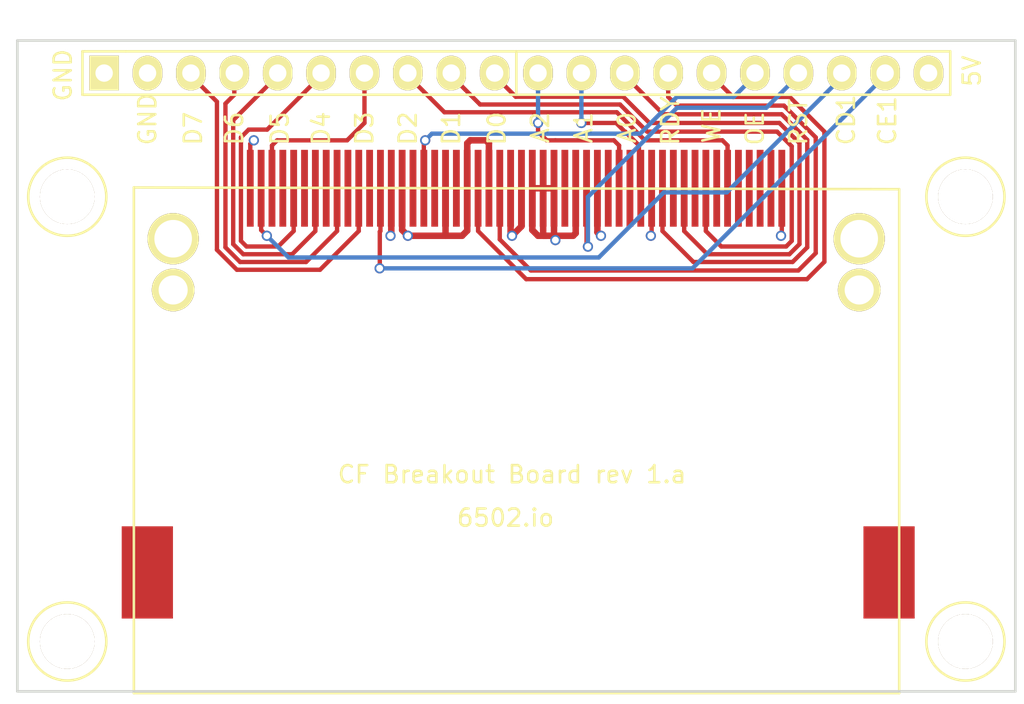
<source format=kicad_pcb>
(kicad_pcb (version 20171130) (host pcbnew "(5.1.12)-1")

  (general
    (thickness 1.6)
    (drawings 26)
    (tracks 194)
    (zones 0)
    (modules 6)
    (nets 38)
  )

  (page A4)
  (layers
    (0 F.Cu signal)
    (1 In1.Cu power)
    (2 In2.Cu power)
    (31 B.Cu signal)
    (32 B.Adhes user)
    (33 F.Adhes user)
    (34 B.Paste user)
    (35 F.Paste user)
    (36 B.SilkS user)
    (37 F.SilkS user)
    (38 B.Mask user)
    (39 F.Mask user)
    (40 Dwgs.User user)
    (41 Cmts.User user)
    (42 Eco1.User user)
    (43 Eco2.User user)
    (44 Edge.Cuts user)
    (45 Margin user)
    (46 B.CrtYd user)
    (47 F.CrtYd user)
    (48 B.Fab user)
    (49 F.Fab user)
  )

  (setup
    (last_trace_width 0.25)
    (user_trace_width 0.254)
    (user_trace_width 0.381)
    (user_trace_width 0.635)
    (trace_clearance 0.2)
    (zone_clearance 0.508)
    (zone_45_only no)
    (trace_min 0.2)
    (via_size 0.6)
    (via_drill 0.4)
    (via_min_size 0.4)
    (via_min_drill 0.3)
    (uvia_size 0.3)
    (uvia_drill 0.1)
    (uvias_allowed no)
    (uvia_min_size 0.2)
    (uvia_min_drill 0.1)
    (edge_width 0.15)
    (segment_width 0.2)
    (pcb_text_width 0.3)
    (pcb_text_size 1.5 1.5)
    (mod_edge_width 0.15)
    (mod_text_size 1 1)
    (mod_text_width 0.15)
    (pad_size 3.2 3.2)
    (pad_drill 3.2)
    (pad_to_mask_clearance 0.2)
    (aux_axis_origin 0 0)
    (visible_elements 7FFEFFFF)
    (pcbplotparams
      (layerselection 0x010f0_80000007)
      (usegerberextensions true)
      (usegerberattributes true)
      (usegerberadvancedattributes true)
      (creategerberjobfile true)
      (excludeedgelayer true)
      (linewidth 0.100000)
      (plotframeref false)
      (viasonmask false)
      (mode 1)
      (useauxorigin false)
      (hpglpennumber 1)
      (hpglpenspeed 20)
      (hpglpendiameter 15.000000)
      (psnegative false)
      (psa4output false)
      (plotreference true)
      (plotvalue true)
      (plotinvisibletext false)
      (padsonsilk false)
      (subtractmaskfromsilk true)
      (outputformat 1)
      (mirror false)
      (drillshape 0)
      (scaleselection 1)
      (outputdirectory "Gerbers/"))
  )

  (net 0 "")
  (net 1 GND)
  (net 2 /D7)
  (net 3 /D6)
  (net 4 /D5)
  (net 5 /D4)
  (net 6 /D3)
  (net 7 /D2)
  (net 8 /D1)
  (net 9 /D0)
  (net 10 /A2)
  (net 11 /A1)
  (net 12 /A0)
  (net 13 /RD)
  (net 14 /WE)
  (net 15 /OE)
  (net 16 /RST)
  (net 17 /CD1)
  (net 18 /CE1)
  (net 19 +5V)
  (net 20 "Net-(U1-Pad25)")
  (net 21 "Net-(U1-Pad49)")
  (net 22 "Net-(U1-Pad24)")
  (net 23 "Net-(U1-Pad48)")
  (net 24 "Net-(U1-Pad47)")
  (net 25 "Net-(U1-Pad46)")
  (net 26 "Net-(U1-Pad45)")
  (net 27 "Net-(U1-Pad43)")
  (net 28 "Net-(U1-Pad42)")
  (net 29 "Net-(U1-Pad40)")
  (net 30 "Net-(U1-Pad35)")
  (net 31 "Net-(U1-Pad34)")
  (net 32 "Net-(U1-Pad33)")
  (net 33 "Net-(U1-Pad31)")
  (net 34 "Net-(U1-Pad30)")
  (net 35 "Net-(U1-Pad29)")
  (net 36 "Net-(U1-Pad27)")
  (net 37 "Net-(U1-Pad28)")

  (net_class Default "This is the default net class."
    (clearance 0.2)
    (trace_width 0.25)
    (via_dia 0.6)
    (via_drill 0.4)
    (uvia_dia 0.3)
    (uvia_drill 0.1)
    (add_net +5V)
    (add_net /A0)
    (add_net /A1)
    (add_net /A2)
    (add_net /CD1)
    (add_net /CE1)
    (add_net /D0)
    (add_net /D1)
    (add_net /D2)
    (add_net /D3)
    (add_net /D4)
    (add_net /D5)
    (add_net /D6)
    (add_net /D7)
    (add_net /OE)
    (add_net /RD)
    (add_net /RST)
    (add_net /WE)
    (add_net GND)
    (add_net "Net-(U1-Pad24)")
    (add_net "Net-(U1-Pad25)")
    (add_net "Net-(U1-Pad27)")
    (add_net "Net-(U1-Pad28)")
    (add_net "Net-(U1-Pad29)")
    (add_net "Net-(U1-Pad30)")
    (add_net "Net-(U1-Pad31)")
    (add_net "Net-(U1-Pad33)")
    (add_net "Net-(U1-Pad34)")
    (add_net "Net-(U1-Pad35)")
    (add_net "Net-(U1-Pad40)")
    (add_net "Net-(U1-Pad42)")
    (add_net "Net-(U1-Pad43)")
    (add_net "Net-(U1-Pad45)")
    (add_net "Net-(U1-Pad46)")
    (add_net "Net-(U1-Pad47)")
    (add_net "Net-(U1-Pad48)")
    (add_net "Net-(U1-Pad49)")
  )

  (module 6502Library:1pin (layer F.Cu) (tedit 5689353A) (tstamp 568934C4)
    (at 119.761 89.154)
    (descr "module 1 pin (ou trou mecanique de percage)")
    (tags DEV)
    (fp_text reference REF** (at 0 -3.048) (layer F.SilkS) hide
      (effects (font (size 1 1) (thickness 0.15)))
    )
    (fp_text value 1pin (at 0 2.794) (layer F.Fab)
      (effects (font (size 1 1) (thickness 0.15)))
    )
    (fp_circle (center 0 0) (end 0 -2.286) (layer F.SilkS) (width 0.15))
    (pad 1 thru_hole circle (at 0 0) (size 3.2 3.2) (drill 3.2) (layers *.Cu *.Mask F.SilkS))
  )

  (module 6502Library:1pin (layer F.Cu) (tedit 56893481) (tstamp 5689344A)
    (at 172.339 89.154)
    (descr "module 1 pin (ou trou mecanique de percage)")
    (tags DEV)
    (fp_text reference REF** (at 0 -3.048) (layer F.SilkS) hide
      (effects (font (size 1 1) (thickness 0.15)))
    )
    (fp_text value 1pin (at 0 2.794) (layer F.Fab)
      (effects (font (size 1 1) (thickness 0.15)))
    )
    (fp_circle (center 0 0) (end 0 -2.286) (layer F.SilkS) (width 0.15))
    (pad 1 thru_hole circle (at 0 0) (size 3.2 3.2) (drill 3.2) (layers *.Cu *.Mask F.SilkS))
  )

  (module 6502Library:1pin (layer F.Cu) (tedit 5689347D) (tstamp 5689341C)
    (at 172.339 115.189)
    (descr "module 1 pin (ou trou mecanique de percage)")
    (tags DEV)
    (fp_text reference REF** (at 0 -3.048) (layer F.SilkS) hide
      (effects (font (size 1 1) (thickness 0.15)))
    )
    (fp_text value 1pin (at 0 2.794) (layer F.Fab)
      (effects (font (size 1 1) (thickness 0.15)))
    )
    (fp_circle (center 0 0) (end 0 -2.286) (layer F.SilkS) (width 0.15))
    (pad 1 thru_hole circle (at 0 0) (size 3.2 3.2) (drill 3.2) (layers *.Cu *.Mask F.SilkS))
  )

  (module Footprints:Socket_Strip_Straight_1x20 (layer F.Cu) (tedit 56893247) (tstamp 5687E9D3)
    (at 121.92 81.915)
    (descr "Through hole socket strip")
    (tags "socket strip")
    (path /56874BCE)
    (fp_text reference P1 (at -4.191 0) (layer F.SilkS) hide
      (effects (font (size 1 1) (thickness 0.15)))
    )
    (fp_text value CONN_01X20 (at 23.622 -3.429) (layer F.Fab)
      (effects (font (size 1 1) (thickness 0.15)))
    )
    (fp_line (start 49.53 -1.27) (end 1.27 -1.27) (layer F.SilkS) (width 0.15))
    (fp_line (start 49.53 1.27) (end 49.53 -1.27) (layer F.SilkS) (width 0.15))
    (fp_line (start 1.27 1.27) (end 49.53 1.27) (layer F.SilkS) (width 0.15))
    (fp_line (start -1.75 1.75) (end 50.05 1.75) (layer F.CrtYd) (width 0.05))
    (fp_line (start -1.75 -1.75) (end 50.05 -1.75) (layer F.CrtYd) (width 0.05))
    (fp_line (start 50.05 -1.75) (end 50.05 1.75) (layer F.CrtYd) (width 0.05))
    (fp_line (start -1.75 -1.75) (end -1.75 1.75) (layer F.CrtYd) (width 0.05))
    (fp_line (start -1.143 -1.27) (end 1.27 -1.27) (layer F.SilkS) (width 0.15))
    (fp_line (start 1.27 1.27) (end -1.143 1.27) (layer F.SilkS) (width 0.15))
    (fp_line (start -1.27 1.27) (end -1.143 1.27) (layer F.SilkS) (width 0.15))
    (fp_line (start -1.27 -1.27) (end -1.27 1.27) (layer F.SilkS) (width 0.15))
    (fp_line (start -1.143 -1.27) (end -1.27 -1.27) (layer F.SilkS) (width 0.15))
    (fp_line (start 24.13 -1.27) (end 24.13 1.27) (layer F.SilkS) (width 0.15))
    (pad 1 thru_hole rect (at 0 0) (size 1.7272 2.032) (drill 1.016) (layers *.Cu *.Mask F.SilkS)
      (net 1 GND))
    (pad 2 thru_hole oval (at 2.54 0) (size 1.7272 2.032) (drill 1.016) (layers *.Cu *.Mask F.SilkS)
      (net 1 GND))
    (pad 3 thru_hole oval (at 5.08 0) (size 1.7272 2.032) (drill 1.016) (layers *.Cu *.Mask F.SilkS)
      (net 2 /D7))
    (pad 4 thru_hole oval (at 7.62 0) (size 1.7272 2.032) (drill 1.016) (layers *.Cu *.Mask F.SilkS)
      (net 3 /D6))
    (pad 5 thru_hole oval (at 10.16 0) (size 1.7272 2.032) (drill 1.016) (layers *.Cu *.Mask F.SilkS)
      (net 4 /D5))
    (pad 6 thru_hole oval (at 12.7 0) (size 1.7272 2.032) (drill 1.016) (layers *.Cu *.Mask F.SilkS)
      (net 5 /D4))
    (pad 7 thru_hole oval (at 15.24 0) (size 1.7272 2.032) (drill 1.016) (layers *.Cu *.Mask F.SilkS)
      (net 6 /D3))
    (pad 8 thru_hole oval (at 17.78 0) (size 1.7272 2.032) (drill 1.016) (layers *.Cu *.Mask F.SilkS)
      (net 7 /D2))
    (pad 9 thru_hole oval (at 20.32 0) (size 1.7272 2.032) (drill 1.016) (layers *.Cu *.Mask F.SilkS)
      (net 8 /D1))
    (pad 10 thru_hole oval (at 22.86 0) (size 1.7272 2.032) (drill 1.016) (layers *.Cu *.Mask F.SilkS)
      (net 9 /D0))
    (pad 11 thru_hole oval (at 25.4 0) (size 1.7272 2.032) (drill 1.016) (layers *.Cu *.Mask F.SilkS)
      (net 10 /A2))
    (pad 12 thru_hole oval (at 27.94 0) (size 1.7272 2.032) (drill 1.016) (layers *.Cu *.Mask F.SilkS)
      (net 11 /A1))
    (pad 13 thru_hole oval (at 30.48 0) (size 1.7272 2.032) (drill 1.016) (layers *.Cu *.Mask F.SilkS)
      (net 12 /A0))
    (pad 14 thru_hole oval (at 33.02 0) (size 1.7272 2.032) (drill 1.016) (layers *.Cu *.Mask F.SilkS)
      (net 13 /RD))
    (pad 15 thru_hole oval (at 35.56 0) (size 1.7272 2.032) (drill 1.016) (layers *.Cu *.Mask F.SilkS)
      (net 14 /WE))
    (pad 16 thru_hole oval (at 38.1 0) (size 1.7272 2.032) (drill 1.016) (layers *.Cu *.Mask F.SilkS)
      (net 15 /OE))
    (pad 17 thru_hole oval (at 40.64 0) (size 1.7272 2.032) (drill 1.016) (layers *.Cu *.Mask F.SilkS)
      (net 16 /RST))
    (pad 18 thru_hole oval (at 43.18 0) (size 1.7272 2.032) (drill 1.016) (layers *.Cu *.Mask F.SilkS)
      (net 17 /CD1))
    (pad 19 thru_hole oval (at 45.72 0) (size 1.7272 2.032) (drill 1.016) (layers *.Cu *.Mask F.SilkS)
      (net 18 /CE1))
    (pad 20 thru_hole oval (at 48.26 0) (size 1.7272 2.032) (drill 1.016) (layers *.Cu *.Mask F.SilkS)
      (net 19 +5V))
    (model Socket_Strips.3dshapes/Socket_Strip_Straight_1x20.wrl
      (offset (xyz 24.12999963760376 0 0))
      (scale (xyz 1 1 1))
      (rotate (xyz 0 0 180))
    )
  )

  (module Footprints:CompactFlashSocket (layer F.Cu) (tedit 5689324E) (tstamp 5687EA0F)
    (at 145.161 104.013)
    (path /5683F9BB)
    (fp_text reference U1 (at 0.14 -0.19) (layer F.SilkS) hide
      (effects (font (size 1 1) (thickness 0.15)))
    )
    (fp_text value CompactFlashCard (at 0 -20.75) (layer F.Fab)
      (effects (font (size 1 1) (thickness 0.15)))
    )
    (fp_line (start -21.5 -15.4) (end -21.5 14.2) (layer F.SilkS) (width 0.15))
    (fp_line (start 23.3 -15.3) (end -21.5 -15.4) (layer F.SilkS) (width 0.15))
    (fp_line (start 23.3 14.2) (end 23.3 -15.3) (layer F.SilkS) (width 0.15))
    (fp_line (start -21.5 14.2) (end 23.3 14.2) (layer F.SilkS) (width 0.15))
    (pad "" smd rect (at 22.708 7.134) (size 3 5.4) (layers F.Cu F.Paste F.Mask))
    (pad "" thru_hole circle (at 20.96 -9.4) (size 2.5 2.5) (drill 1.7) (layers *.Cu *.Mask F.SilkS))
    (pad "" thru_hole circle (at -19.2 -9.4) (size 2.5 2.5) (drill 1.7) (layers *.Cu *.Mask F.SilkS))
    (pad "" thru_hole circle (at 20.96 -12.4) (size 3 3) (drill 2.2) (layers *.Cu *.Mask F.SilkS))
    (pad 50 smd rect (at 16.429 -15.354) (size 0.4 4.5) (layers F.Cu F.Paste F.Mask)
      (net 1 GND))
    (pad 25 smd rect (at 15.794 -15.354) (size 0.4 4.5) (layers F.Cu F.Paste F.Mask)
      (net 20 "Net-(U1-Pad25)"))
    (pad 49 smd rect (at 15.159 -15.354) (size 0.4 4.5) (layers F.Cu F.Paste F.Mask)
      (net 21 "Net-(U1-Pad49)"))
    (pad 24 smd rect (at 14.524 -15.354) (size 0.4 4.5) (layers F.Cu F.Paste F.Mask)
      (net 22 "Net-(U1-Pad24)"))
    (pad 48 smd rect (at 13.889 -15.354) (size 0.4 4.5) (layers F.Cu F.Paste F.Mask)
      (net 23 "Net-(U1-Pad48)"))
    (pad 23 smd rect (at 13.254 -15.354) (size 0.4 4.5) (layers F.Cu F.Paste F.Mask)
      (net 7 /D2))
    (pad 47 smd rect (at 12.619 -15.354) (size 0.4 4.5) (layers F.Cu F.Paste F.Mask)
      (net 24 "Net-(U1-Pad47)"))
    (pad 22 smd rect (at 11.984 -15.354) (size 0.4 4.5) (layers F.Cu F.Paste F.Mask)
      (net 8 /D1))
    (pad 46 smd rect (at 11.349 -15.354) (size 0.4 4.5) (layers F.Cu F.Paste F.Mask)
      (net 25 "Net-(U1-Pad46)"))
    (pad 21 smd rect (at 10.714 -15.354) (size 0.4 4.5) (layers F.Cu F.Paste F.Mask)
      (net 9 /D0))
    (pad 45 smd rect (at 10.079 -15.354) (size 0.4 4.5) (layers F.Cu F.Paste F.Mask)
      (net 26 "Net-(U1-Pad45)"))
    (pad 20 smd rect (at 9.444 -15.354) (size 0.4 4.5) (layers F.Cu F.Paste F.Mask)
      (net 12 /A0))
    (pad 44 smd rect (at 8.809 -15.354) (size 0.4 4.5) (layers F.Cu F.Paste F.Mask)
      (net 19 +5V))
    (pad 19 smd rect (at 8.174 -15.354) (size 0.4 4.5) (layers F.Cu F.Paste F.Mask)
      (net 11 /A1))
    (pad 43 smd rect (at 7.539 -15.354) (size 0.4 4.5) (layers F.Cu F.Paste F.Mask)
      (net 27 "Net-(U1-Pad43)"))
    (pad 18 smd rect (at 6.904 -15.354) (size 0.4 4.5) (layers F.Cu F.Paste F.Mask)
      (net 10 /A2))
    (pad 42 smd rect (at 6.269 -15.354) (size 0.4 4.5) (layers F.Cu F.Paste F.Mask)
      (net 28 "Net-(U1-Pad42)"))
    (pad 17 smd rect (at 5.634 -15.354) (size 0.4 4.5) (layers F.Cu F.Paste F.Mask)
      (net 1 GND))
    (pad 41 smd rect (at 4.999 -15.354) (size 0.4 4.5) (layers F.Cu F.Paste F.Mask)
      (net 16 /RST))
    (pad 16 smd rect (at 4.364 -15.354) (size 0.4 4.5) (layers F.Cu F.Paste F.Mask)
      (net 1 GND))
    (pad 40 smd rect (at 3.729 -15.354) (size 0.4 4.5) (layers F.Cu F.Paste F.Mask)
      (net 29 "Net-(U1-Pad40)"))
    (pad 15 smd rect (at 3.094 -15.354) (size 0.4 4.5) (layers F.Cu F.Paste F.Mask)
      (net 1 GND))
    (pad 39 smd rect (at 2.459 -15.354) (size 0.4 4.5) (layers F.Cu F.Paste F.Mask)
      (net 1 GND))
    (pad 14 smd rect (at 1.824 -15.354) (size 0.4 4.5) (layers F.Cu F.Paste F.Mask)
      (net 1 GND))
    (pad 38 smd rect (at 1.189 -15.354) (size 0.4 4.5) (layers F.Cu F.Paste F.Mask)
      (net 19 +5V))
    (pad 13 smd rect (at 0.554 -15.354) (size 0.4 4.5) (layers F.Cu F.Paste F.Mask)
      (net 19 +5V))
    (pad 37 smd rect (at -0.081 -15.354) (size 0.4 4.5) (layers F.Cu F.Paste F.Mask)
      (net 13 /RD))
    (pad 12 smd rect (at -0.716 -15.354) (size 0.4 4.5) (layers F.Cu F.Paste F.Mask)
      (net 1 GND))
    (pad 36 smd rect (at -1.351 -15.354) (size 0.4 4.5) (layers F.Cu F.Paste F.Mask)
      (net 14 /WE))
    (pad 11 smd rect (at -1.986 -15.354) (size 0.4 4.5) (layers F.Cu F.Paste F.Mask)
      (net 1 GND))
    (pad 35 smd rect (at -2.621 -15.354) (size 0.4 4.5) (layers F.Cu F.Paste F.Mask)
      (net 30 "Net-(U1-Pad35)"))
    (pad 10 smd rect (at -3.256 -15.354) (size 0.4 4.5) (layers F.Cu F.Paste F.Mask)
      (net 1 GND))
    (pad 34 smd rect (at -3.891 -15.354) (size 0.4 4.5) (layers F.Cu F.Paste F.Mask)
      (net 31 "Net-(U1-Pad34)"))
    (pad 9 smd rect (at -4.526 -15.354) (size 0.4 4.5) (layers F.Cu F.Paste F.Mask)
      (net 15 /OE))
    (pad 33 smd rect (at -5.161 -15.354) (size 0.4 4.5) (layers F.Cu F.Paste F.Mask)
      (net 32 "Net-(U1-Pad33)"))
    (pad 8 smd rect (at -5.796 -15.354) (size 0.4 4.5) (layers F.Cu F.Paste F.Mask)
      (net 1 GND))
    (pad 32 smd rect (at -6.431 -15.354) (size 0.4 4.5) (layers F.Cu F.Paste F.Mask)
      (net 19 +5V))
    (pad 31 smd rect (at -7.701 -15.354) (size 0.4 4.5) (layers F.Cu F.Paste F.Mask)
      (net 33 "Net-(U1-Pad31)"))
    (pad 7 smd rect (at -7.066 -15.354) (size 0.4 4.5) (layers F.Cu F.Paste F.Mask)
      (net 18 /CE1))
    (pad 6 smd rect (at -8.336 -15.354) (size 0.4 4.5) (layers F.Cu F.Paste F.Mask)
      (net 2 /D7))
    (pad 30 smd rect (at -8.971 -15.354) (size 0.4 4.5) (layers F.Cu F.Paste F.Mask)
      (net 34 "Net-(U1-Pad30)"))
    (pad 5 smd rect (at -9.606 -15.354) (size 0.4 4.5) (layers F.Cu F.Paste F.Mask)
      (net 3 /D6))
    (pad 29 smd rect (at -10.241 -15.354) (size 0.4 4.5) (layers F.Cu F.Paste F.Mask)
      (net 35 "Net-(U1-Pad29)"))
    (pad 4 smd rect (at -10.876 -15.354) (size 0.4 4.5) (layers F.Cu F.Paste F.Mask)
      (net 4 /D5))
    (pad 3 smd rect (at -12.146 -15.354) (size 0.4 4.5) (layers F.Cu F.Paste F.Mask)
      (net 5 /D4))
    (pad 27 smd rect (at -12.781 -15.354) (size 0.4 4.5) (layers F.Cu F.Paste F.Mask)
      (net 36 "Net-(U1-Pad27)"))
    (pad 2 smd rect (at -13.416 -15.354) (size 0.4 4.5) (layers F.Cu F.Paste F.Mask)
      (net 6 /D3))
    (pad 26 smd rect (at -14.051 -15.354) (size 0.4 4.5) (layers F.Cu F.Paste F.Mask)
      (net 17 /CD1))
    (pad 1 smd rect (at -14.686 -15.354) (size 0.4 4.5) (layers F.Cu F.Paste F.Mask)
      (net 1 GND))
    (pad "" thru_hole circle (at -19.2 -12.4) (size 3 3) (drill 2.2) (layers *.Cu *.Mask F.SilkS))
    (pad 28 smd rect (at -11.511 -15.354) (size 0.4 4.5) (layers F.Cu F.Paste F.Mask)
      (net 37 "Net-(U1-Pad28)"))
    (pad "" smd rect (at -20.712 7.134) (size 3 5.4) (layers F.Cu F.Paste F.Mask))
  )

  (module 6502Library:1pin (layer F.Cu) (tedit 56893540) (tstamp 5687EB49)
    (at 119.761 115.189)
    (descr "module 1 pin (ou trou mecanique de percage)")
    (tags DEV)
    (fp_text reference REF** (at 0 -3.048) (layer F.SilkS) hide
      (effects (font (size 1 1) (thickness 0.15)))
    )
    (fp_text value 1pin (at 0 2.794) (layer F.Fab)
      (effects (font (size 1 1) (thickness 0.15)))
    )
    (fp_circle (center 0 0) (end 0 -2.286) (layer F.SilkS) (width 0.15))
    (pad 1 thru_hole circle (at 0 0) (size 3.2 3.2) (drill 3.2) (layers *.Cu *.Mask F.SilkS))
  )

  (gr_text 6502.io (at 145.415 107.95) (layer F.SilkS)
    (effects (font (size 1 1) (thickness 0.15)))
  )
  (gr_text "CF Breakout Board rev 1.a" (at 145.796 105.41) (layer F.SilkS)
    (effects (font (size 1 1) (thickness 0.15)))
  )
  (gr_text 5V (at 172.72 82.804 90) (layer F.SilkS)
    (effects (font (size 1 1) (thickness 0.15)) (justify left))
  )
  (gr_text CE1 (at 167.767 86.233 90) (layer F.SilkS)
    (effects (font (size 1 1) (thickness 0.15)) (justify left))
  )
  (gr_text CD1 (at 165.354 86.233 90) (layer F.SilkS)
    (effects (font (size 1 1) (thickness 0.15)) (justify left))
  )
  (gr_text RST (at 162.56 86.233 90) (layer F.SilkS)
    (effects (font (size 1 1) (thickness 0.15)) (justify left))
  )
  (gr_text OE (at 160.02 86.233 90) (layer F.SilkS)
    (effects (font (size 1 1) (thickness 0.15)) (justify left))
  )
  (gr_text WE (at 157.48 86.106 90) (layer F.SilkS)
    (effects (font (size 1 1) (thickness 0.15)) (justify left))
  )
  (gr_text RDY (at 155.067 86.233 90) (layer F.SilkS)
    (effects (font (size 1 1) (thickness 0.15)) (justify left))
  )
  (gr_text A0 (at 152.527 86.106 90) (layer F.SilkS)
    (effects (font (size 1 1) (thickness 0.15)) (justify left))
  )
  (gr_text A1 (at 149.987 86.106 90) (layer F.SilkS)
    (effects (font (size 1 1) (thickness 0.15)) (justify left))
  )
  (gr_text A2 (at 147.447 86.106 90) (layer F.SilkS)
    (effects (font (size 1 1) (thickness 0.15)) (justify left))
  )
  (gr_text D0 (at 144.907 86.233 90) (layer F.SilkS)
    (effects (font (size 1 1) (thickness 0.15)) (justify left))
  )
  (gr_text D1 (at 142.24 86.233 90) (layer F.SilkS)
    (effects (font (size 1 1) (thickness 0.15)) (justify left))
  )
  (gr_text D2 (at 139.7 86.233 90) (layer F.SilkS)
    (effects (font (size 1 1) (thickness 0.15)) (justify left))
  )
  (gr_text D3 (at 137.16 86.233 90) (layer F.SilkS)
    (effects (font (size 1 1) (thickness 0.15)) (justify left))
  )
  (gr_text D4 (at 134.62 86.233 90) (layer F.SilkS)
    (effects (font (size 1 1) (thickness 0.15)) (justify left))
  )
  (gr_text D5 (at 132.207 86.233 90) (layer F.SilkS)
    (effects (font (size 1 1) (thickness 0.15)) (justify left))
  )
  (gr_text D6 (at 129.54 86.233 90) (layer F.SilkS)
    (effects (font (size 1 1) (thickness 0.15)) (justify left))
  )
  (gr_text D7 (at 127.127 86.233 90) (layer F.SilkS)
    (effects (font (size 1 1) (thickness 0.15)) (justify left))
  )
  (gr_text GND (at 124.46 86.233 90) (layer F.SilkS)
    (effects (font (size 1 1) (thickness 0.15)) (justify left))
  )
  (gr_text GND (at 119.507 82.042 90) (layer F.SilkS)
    (effects (font (size 1 1) (thickness 0.15)))
  )
  (gr_line (start 116.84 118.11) (end 116.84 80.01) (angle 90) (layer Edge.Cuts) (width 0.15))
  (gr_line (start 175.26 118.11) (end 116.84 118.11) (angle 90) (layer Edge.Cuts) (width 0.15))
  (gr_line (start 175.26 80.01) (end 175.26 118.11) (angle 90) (layer Edge.Cuts) (width 0.15))
  (gr_line (start 116.84 80.01) (end 175.26 80.01) (angle 90) (layer Edge.Cuts) (width 0.15))

  (segment (start 130.475 88.659) (end 130.475 86.06) (width 0.254) (layer F.Cu) (net 1))
  (segment (start 130.475 86.06) (end 130.683 85.852) (width 0.254) (layer F.Cu) (net 1))
  (via (at 130.683 85.852) (size 0.6) (drill 0.4) (layers F.Cu B.Cu) (net 1))
  (segment (start 150.795 88.659) (end 150.795 91.232) (width 0.381) (layer F.Cu) (net 1))
  (segment (start 150.795 91.232) (end 151.003 91.44) (width 0.381) (layer F.Cu) (net 1))
  (via (at 151.003 91.44) (size 0.6) (drill 0.4) (layers F.Cu B.Cu) (net 1))
  (segment (start 148.336 91.44) (end 148.336 91.694) (width 0.381) (layer F.Cu) (net 1))
  (via (at 148.336 91.694) (size 0.6) (drill 0.4) (layers F.Cu B.Cu) (net 1))
  (segment (start 149.525 88.659) (end 149.525 91.29) (width 0.381) (layer F.Cu) (net 1))
  (segment (start 149.525 91.29) (end 149.375 91.44) (width 0.381) (layer F.Cu) (net 1))
  (segment (start 149.375 91.44) (end 148.336 91.44) (width 0.381) (layer F.Cu) (net 1))
  (segment (start 144.445 88.659) (end 144.445 86.028) (width 0.381) (layer F.Cu) (net 1))
  (segment (start 144.445 86.028) (end 144.269 85.852) (width 0.381) (layer F.Cu) (net 1))
  (segment (start 144.269 85.852) (end 143.351 85.852) (width 0.381) (layer F.Cu) (net 1))
  (segment (start 143.351 85.852) (end 143.175 86.028) (width 0.381) (layer F.Cu) (net 1))
  (segment (start 143.175 86.028) (end 143.175 88.659) (width 0.381) (layer F.Cu) (net 1))
  (segment (start 143.175 88.659) (end 143.175 91.14) (width 0.381) (layer F.Cu) (net 1))
  (segment (start 142.875 91.44) (end 141.905 91.44) (width 0.381) (layer F.Cu) (net 1) (tstamp 568930DE))
  (segment (start 143.175 91.14) (end 142.875 91.44) (width 0.381) (layer F.Cu) (net 1) (tstamp 568930DC))
  (segment (start 141.905 88.659) (end 141.905 91.44) (width 0.381) (layer F.Cu) (net 1))
  (segment (start 141.905 91.44) (end 141.732 91.44) (width 0.381) (layer F.Cu) (net 1) (tstamp 56882754))
  (segment (start 139.365 91.105) (end 139.7 91.44) (width 0.381) (layer F.Cu) (net 1) (tstamp 56882732))
  (via (at 139.7 91.44) (size 0.6) (drill 0.4) (layers F.Cu B.Cu) (net 1))
  (segment (start 139.365 91.105) (end 139.365 88.659) (width 0.381) (layer F.Cu) (net 1))
  (segment (start 141.732 91.44) (end 139.7 91.44) (width 0.381) (layer F.Cu) (net 1) (tstamp 56882757))
  (segment (start 148.255 88.659) (end 148.255 91.44) (width 0.381) (layer F.Cu) (net 1))
  (segment (start 148.255 91.44) (end 148.336 91.44) (width 0.381) (layer F.Cu) (net 1) (tstamp 568826D3))
  (segment (start 147.62 88.659) (end 147.62 91.44) (width 0.381) (layer F.Cu) (net 1))
  (segment (start 147.62 91.44) (end 147.828 91.44) (width 0.381) (layer F.Cu) (net 1) (tstamp 568826CD))
  (segment (start 146.985 88.659) (end 146.985 91.105) (width 0.381) (layer F.Cu) (net 1))
  (segment (start 146.985 91.105) (end 147.32 91.44) (width 0.381) (layer F.Cu) (net 1) (tstamp 568826C3))
  (segment (start 147.32 91.44) (end 147.828 91.44) (width 0.381) (layer F.Cu) (net 1) (tstamp 568826C8))
  (segment (start 147.828 91.44) (end 148.336 91.44) (width 0.381) (layer F.Cu) (net 1) (tstamp 568826D1))
  (segment (start 147.62 88.659) (end 148.255 88.659) (width 0.381) (layer F.Cu) (net 1))
  (segment (start 146.985 88.659) (end 147.62 88.659) (width 0.381) (layer F.Cu) (net 1))
  (segment (start 161.59 88.659) (end 161.59 91.394) (width 0.254) (layer F.Cu) (net 1))
  (via (at 161.544 91.44) (size 0.6) (drill 0.4) (layers F.Cu B.Cu) (net 1))
  (segment (start 161.59 91.394) (end 161.544 91.44) (width 0.254) (layer F.Cu) (net 1) (tstamp 568825C2))
  (segment (start 128.524 92.262163) (end 128.524 83.5914) (width 0.254) (layer F.Cu) (net 2))
  (segment (start 128.524 83.5914) (end 127 82.0674) (width 0.254) (layer F.Cu) (net 2))
  (segment (start 127 82.0674) (end 127 81.915) (width 0.254) (layer F.Cu) (net 2))
  (segment (start 136.825 88.659) (end 136.825 91.163) (width 0.254) (layer F.Cu) (net 2))
  (segment (start 136.825 91.163) (end 134.558969 93.429031) (width 0.254) (layer F.Cu) (net 2))
  (segment (start 134.558969 93.429031) (end 129.690868 93.429031) (width 0.254) (layer F.Cu) (net 2))
  (segment (start 129.690868 93.429031) (end 128.524 92.262163) (width 0.254) (layer F.Cu) (net 2))
  (segment (start 135.555 88.659) (end 135.555 91.163) (width 0.254) (layer F.Cu) (net 3))
  (segment (start 135.555 91.163) (end 133.742979 92.975021) (width 0.254) (layer F.Cu) (net 3))
  (segment (start 133.742979 92.975021) (end 129.878925 92.975021) (width 0.254) (layer F.Cu) (net 3))
  (segment (start 129.878925 92.975021) (end 129.020979 92.117075) (width 0.254) (layer F.Cu) (net 3))
  (segment (start 129.020979 92.117075) (end 129.020979 83.704021) (width 0.254) (layer F.Cu) (net 3))
  (segment (start 129.020979 83.704021) (end 129.54 83.185) (width 0.254) (layer F.Cu) (net 3))
  (segment (start 129.54 83.185) (end 129.54 81.915) (width 0.254) (layer F.Cu) (net 3))
  (segment (start 129.474989 91.929018) (end 129.474989 84.672411) (width 0.254) (layer F.Cu) (net 4))
  (segment (start 130.066982 92.521011) (end 129.474989 91.929018) (width 0.254) (layer F.Cu) (net 4))
  (segment (start 134.285 91.163) (end 132.926989 92.521011) (width 0.254) (layer F.Cu) (net 4))
  (segment (start 132.926989 92.521011) (end 130.066982 92.521011) (width 0.254) (layer F.Cu) (net 4))
  (segment (start 134.285 88.659) (end 134.285 91.163) (width 0.254) (layer F.Cu) (net 4))
  (segment (start 129.474989 84.672411) (end 132.08 82.0674) (width 0.254) (layer F.Cu) (net 4))
  (segment (start 132.08 82.0674) (end 132.08 81.915) (width 0.254) (layer F.Cu) (net 4))
  (segment (start 134.62 82.0674) (end 134.62 81.915) (width 0.254) (layer F.Cu) (net 5))
  (segment (start 131.462401 85.224999) (end 134.62 82.0674) (width 0.254) (layer F.Cu) (net 5))
  (segment (start 129.928999 85.678039) (end 130.382039 85.224999) (width 0.254) (layer F.Cu) (net 5))
  (segment (start 130.382039 85.224999) (end 131.462401 85.224999) (width 0.254) (layer F.Cu) (net 5))
  (segment (start 132.110999 92.067001) (end 130.255039 92.067001) (width 0.254) (layer F.Cu) (net 5))
  (segment (start 130.255039 92.067001) (end 129.928999 91.740961) (width 0.254) (layer F.Cu) (net 5))
  (segment (start 133.015 91.163) (end 132.110999 92.067001) (width 0.254) (layer F.Cu) (net 5))
  (segment (start 129.928999 91.740961) (end 129.928999 85.678039) (width 0.254) (layer F.Cu) (net 5))
  (segment (start 133.015 88.659) (end 133.015 91.163) (width 0.254) (layer F.Cu) (net 5))
  (segment (start 136.144 85.852) (end 137.16 84.836) (width 0.254) (layer F.Cu) (net 6))
  (segment (start 137.16 84.836) (end 137.16 81.915) (width 0.254) (layer F.Cu) (net 6))
  (segment (start 132.048 85.852) (end 136.144 85.852) (width 0.254) (layer F.Cu) (net 6))
  (segment (start 131.745 88.659) (end 131.745 86.155) (width 0.254) (layer F.Cu) (net 6))
  (segment (start 131.745 86.155) (end 132.048 85.852) (width 0.254) (layer F.Cu) (net 6))
  (segment (start 139.7 82.0674) (end 139.7 81.915) (width 0.254) (layer F.Cu) (net 7))
  (segment (start 151.930668 84.208999) (end 141.841599 84.208999) (width 0.254) (layer F.Cu) (net 7))
  (segment (start 158.112 85.852) (end 153.573669 85.852) (width 0.254) (layer F.Cu) (net 7))
  (segment (start 153.573669 85.852) (end 151.930668 84.208999) (width 0.254) (layer F.Cu) (net 7))
  (segment (start 158.415 86.155) (end 158.112 85.852) (width 0.254) (layer F.Cu) (net 7))
  (segment (start 158.415 88.659) (end 158.415 86.155) (width 0.254) (layer F.Cu) (net 7))
  (segment (start 141.841599 84.208999) (end 139.7 82.0674) (width 0.254) (layer F.Cu) (net 7))
  (segment (start 153.707735 85.344) (end 152.118724 83.754989) (width 0.254) (layer F.Cu) (net 8))
  (segment (start 161.844961 92.067001) (end 162.171001 91.740961) (width 0.254) (layer F.Cu) (net 8))
  (segment (start 157.145 91.163) (end 158.049001 92.067001) (width 0.254) (layer F.Cu) (net 8))
  (segment (start 157.145 88.659) (end 157.145 91.163) (width 0.254) (layer F.Cu) (net 8))
  (segment (start 143.927589 83.754989) (end 142.24 82.0674) (width 0.254) (layer F.Cu) (net 8))
  (segment (start 162.171001 91.740961) (end 162.171001 86.201399) (width 0.254) (layer F.Cu) (net 8))
  (segment (start 158.049001 92.067001) (end 161.844961 92.067001) (width 0.254) (layer F.Cu) (net 8))
  (segment (start 161.313602 85.344) (end 153.707735 85.344) (width 0.254) (layer F.Cu) (net 8))
  (segment (start 152.118724 83.754989) (end 143.927589 83.754989) (width 0.254) (layer F.Cu) (net 8))
  (segment (start 162.171001 86.201399) (end 161.313602 85.344) (width 0.254) (layer F.Cu) (net 8))
  (segment (start 142.24 82.0674) (end 142.24 81.915) (width 0.254) (layer F.Cu) (net 8))
  (segment (start 144.78 82.0674) (end 144.78 81.915) (width 0.254) (layer F.Cu) (net 9))
  (segment (start 146.013579 83.300979) (end 144.78 82.0674) (width 0.254) (layer F.Cu) (net 9))
  (segment (start 153.841801 84.836) (end 152.30678 83.300979) (width 0.254) (layer F.Cu) (net 9))
  (segment (start 162.625011 86.013342) (end 161.447669 84.836) (width 0.254) (layer F.Cu) (net 9))
  (segment (start 152.30678 83.300979) (end 146.013579 83.300979) (width 0.254) (layer F.Cu) (net 9))
  (segment (start 162.033018 92.521011) (end 162.625011 91.929018) (width 0.254) (layer F.Cu) (net 9))
  (segment (start 157.233011 92.521011) (end 162.033018 92.521011) (width 0.254) (layer F.Cu) (net 9))
  (segment (start 155.875 91.163) (end 157.233011 92.521011) (width 0.254) (layer F.Cu) (net 9))
  (segment (start 155.875 88.659) (end 155.875 91.163) (width 0.254) (layer F.Cu) (net 9))
  (segment (start 162.625011 91.929018) (end 162.625011 86.013342) (width 0.254) (layer F.Cu) (net 9))
  (segment (start 161.447669 84.836) (end 153.841801 84.836) (width 0.254) (layer F.Cu) (net 9))
  (segment (start 147.32 85.344) (end 147.32 84.836) (width 0.254) (layer F.Cu) (net 10))
  (segment (start 147.828 85.852) (end 147.32 85.344) (width 0.254) (layer F.Cu) (net 10))
  (segment (start 148.336 85.852) (end 147.828 85.852) (width 0.254) (layer F.Cu) (net 10))
  (segment (start 151.762 85.852) (end 148.336 85.852) (width 0.254) (layer F.Cu) (net 10))
  (segment (start 152.065 88.659) (end 152.065 86.155) (width 0.254) (layer F.Cu) (net 10))
  (segment (start 152.065 86.155) (end 151.762 85.852) (width 0.254) (layer F.Cu) (net 10))
  (segment (start 147.32 84.836) (end 147.32 81.915) (width 0.254) (layer B.Cu) (net 10))
  (via (at 147.32 84.836) (size 0.6) (drill 0.4) (layers F.Cu B.Cu) (net 10))
  (segment (start 147.32 82.0674) (end 147.32 81.915) (width 0.254) (layer F.Cu) (net 10))
  (segment (start 151.892 84.836) (end 149.86 84.836) (width 0.254) (layer F.Cu) (net 11))
  (segment (start 152.4 85.344) (end 151.892 84.836) (width 0.254) (layer F.Cu) (net 11))
  (segment (start 152.423602 85.344) (end 152.4 85.344) (width 0.254) (layer F.Cu) (net 11))
  (segment (start 153.227001 86.147399) (end 152.423602 85.344) (width 0.254) (layer F.Cu) (net 11))
  (via (at 149.86 84.836) (size 0.6) (drill 0.4) (layers F.Cu B.Cu) (net 11))
  (segment (start 149.86 84.836) (end 149.86 81.915) (width 0.254) (layer B.Cu) (net 11))
  (segment (start 153.335 88.659) (end 153.227001 88.551001) (width 0.254) (layer F.Cu) (net 11))
  (segment (start 153.227001 88.551001) (end 153.227001 86.147399) (width 0.254) (layer F.Cu) (net 11))
  (segment (start 149.86 81.788) (end 149.86 81.915) (width 0.254) (layer F.Cu) (net 11))
  (segment (start 149.86 81.915) (end 149.86 82.0674) (width 0.254) (layer F.Cu) (net 11))
  (segment (start 154.605 88.659) (end 154.605 91.163) (width 0.254) (layer F.Cu) (net 12))
  (segment (start 152.4 82.0674) (end 152.4 81.915) (width 0.254) (layer F.Cu) (net 12))
  (segment (start 156.417021 92.975021) (end 162.221075 92.975021) (width 0.254) (layer F.Cu) (net 12))
  (segment (start 154.605 91.163) (end 156.417021 92.975021) (width 0.254) (layer F.Cu) (net 12))
  (segment (start 162.221075 92.975021) (end 163.079021 92.117075) (width 0.254) (layer F.Cu) (net 12))
  (segment (start 163.079021 92.117075) (end 163.079021 85.825285) (width 0.254) (layer F.Cu) (net 12))
  (segment (start 161.581736 84.328) (end 154.6606 84.328) (width 0.254) (layer F.Cu) (net 12))
  (segment (start 163.079021 85.825285) (end 161.581736 84.328) (width 0.254) (layer F.Cu) (net 12))
  (segment (start 154.6606 84.328) (end 152.4 82.0674) (width 0.254) (layer F.Cu) (net 12))
  (segment (start 145.08 88.659) (end 145.08 91.651962) (width 0.254) (layer F.Cu) (net 13))
  (segment (start 163.576 92.456) (end 163.576 85.680198) (width 0.254) (layer F.Cu) (net 13))
  (segment (start 145.08 91.651962) (end 146.900038 93.472) (width 0.254) (layer F.Cu) (net 13))
  (segment (start 146.900038 93.472) (end 162.56 93.472) (width 0.254) (layer F.Cu) (net 13))
  (segment (start 162.56 93.472) (end 163.576 92.456) (width 0.254) (layer F.Cu) (net 13))
  (segment (start 163.576 85.680198) (end 161.715802 83.82) (width 0.254) (layer F.Cu) (net 13))
  (segment (start 161.715802 83.82) (end 155.448 83.82) (width 0.254) (layer F.Cu) (net 13))
  (segment (start 155.448 83.82) (end 154.94 83.312) (width 0.254) (layer F.Cu) (net 13))
  (segment (start 154.94 83.312) (end 154.94 81.915) (width 0.254) (layer F.Cu) (net 13))
  (segment (start 143.81 88.659) (end 143.81 91.163) (width 0.254) (layer F.Cu) (net 14))
  (segment (start 143.81 91.163) (end 146.627 93.98) (width 0.254) (layer F.Cu) (net 14))
  (segment (start 146.627 93.98) (end 163.068 93.98) (width 0.254) (layer F.Cu) (net 14))
  (segment (start 157.48 82.0674) (end 157.48 81.915) (width 0.254) (layer F.Cu) (net 14))
  (segment (start 163.068 93.98) (end 164.084 92.964) (width 0.254) (layer F.Cu) (net 14))
  (segment (start 164.084 92.964) (end 164.084 85.344) (width 0.254) (layer F.Cu) (net 14))
  (segment (start 164.084 85.344) (end 162.052 83.312) (width 0.254) (layer F.Cu) (net 14))
  (segment (start 162.052 83.312) (end 158.7246 83.312) (width 0.254) (layer F.Cu) (net 14))
  (segment (start 158.7246 83.312) (end 157.48 82.0674) (width 0.254) (layer F.Cu) (net 14))
  (segment (start 155.448 83.312) (end 158.7754 83.312) (width 0.254) (layer B.Cu) (net 15))
  (segment (start 158.7754 83.312) (end 160.02 82.0674) (width 0.254) (layer B.Cu) (net 15))
  (segment (start 160.02 82.0674) (end 160.02 81.915) (width 0.254) (layer B.Cu) (net 15))
  (segment (start 153.296999 85.463001) (end 155.448 83.312) (width 0.254) (layer B.Cu) (net 15))
  (segment (start 140.716 85.852) (end 141.104999 85.463001) (width 0.254) (layer B.Cu) (net 15))
  (segment (start 141.104999 85.463001) (end 153.296999 85.463001) (width 0.254) (layer B.Cu) (net 15))
  (segment (start 140.635 88.659) (end 140.635 85.933) (width 0.254) (layer F.Cu) (net 15))
  (segment (start 140.635 85.933) (end 140.716 85.852) (width 0.254) (layer F.Cu) (net 15))
  (via (at 140.716 85.852) (size 0.6) (drill 0.4) (layers F.Cu B.Cu) (net 15))
  (segment (start 150.241 92.075) (end 150.241 89.161066) (width 0.254) (layer B.Cu) (net 16))
  (segment (start 150.241 89.161066) (end 155.455066 83.947) (width 0.254) (layer B.Cu) (net 16))
  (segment (start 155.455066 83.947) (end 160.6804 83.947) (width 0.254) (layer B.Cu) (net 16))
  (segment (start 160.6804 83.947) (end 162.56 82.0674) (width 0.254) (layer B.Cu) (net 16))
  (segment (start 162.56 82.0674) (end 162.56 81.915) (width 0.254) (layer B.Cu) (net 16))
  (segment (start 150.16 88.659) (end 150.16 91.994) (width 0.254) (layer F.Cu) (net 16))
  (segment (start 150.16 91.994) (end 150.241 92.075) (width 0.254) (layer F.Cu) (net 16))
  (via (at 150.241 92.075) (size 0.6) (drill 0.4) (layers F.Cu B.Cu) (net 16))
  (segment (start 165.1 81.915) (end 165.1 82.169) (width 0.254) (layer B.Cu) (net 17))
  (segment (start 165.1 82.169) (end 158.369 88.9) (width 0.254) (layer B.Cu) (net 17) (tstamp 5689307A))
  (segment (start 158.369 88.9) (end 154.686 88.9) (width 0.254) (layer B.Cu) (net 17) (tstamp 5689307F))
  (segment (start 154.686 88.9) (end 150.876 92.71) (width 0.254) (layer B.Cu) (net 17) (tstamp 56893083))
  (segment (start 150.876 92.71) (end 132.715 92.71) (width 0.254) (layer B.Cu) (net 17) (tstamp 56893086))
  (segment (start 132.715 92.71) (end 131.445 91.44) (width 0.254) (layer B.Cu) (net 17) (tstamp 56893095))
  (via (at 131.445 91.44) (size 0.6) (drill 0.4) (layers F.Cu B.Cu) (net 17))
  (segment (start 131.445 91.44) (end 131.11 91.105) (width 0.254) (layer F.Cu) (net 17) (tstamp 5689309E))
  (segment (start 131.11 91.105) (end 131.11 88.659) (width 0.254) (layer F.Cu) (net 17) (tstamp 5689309F))
  (segment (start 138.049 93.345) (end 138.056999 93.337001) (width 0.254) (layer F.Cu) (net 18))
  (segment (start 138.056999 93.337001) (end 138.056999 91.201001) (width 0.254) (layer F.Cu) (net 18))
  (segment (start 138.056999 91.201001) (end 138.095 91.163) (width 0.254) (layer F.Cu) (net 18))
  (segment (start 138.095 91.163) (end 138.095 88.659) (width 0.254) (layer F.Cu) (net 18))
  (segment (start 164.2364 85.471) (end 156.3624 93.345) (width 0.254) (layer B.Cu) (net 18))
  (segment (start 156.3624 93.345) (end 138.049 93.345) (width 0.254) (layer B.Cu) (net 18))
  (via (at 138.049 93.345) (size 0.6) (drill 0.4) (layers F.Cu B.Cu) (net 18))
  (segment (start 167.64 81.915) (end 167.64 82.0674) (width 0.254) (layer B.Cu) (net 18))
  (segment (start 167.64 82.0674) (end 164.2364 85.471) (width 0.254) (layer B.Cu) (net 18))
  (segment (start 138.73 88.659) (end 138.73 91.394) (width 0.381) (layer F.Cu) (net 19))
  (via (at 138.684 91.44) (size 0.6) (drill 0.4) (layers F.Cu B.Cu) (net 19))
  (segment (start 138.73 91.394) (end 138.684 91.44) (width 0.381) (layer F.Cu) (net 19) (tstamp 56882723))
  (segment (start 146.35 88.659) (end 146.35 90.886) (width 0.381) (layer F.Cu) (net 19))
  (segment (start 146.35 90.886) (end 145.796 91.44) (width 0.381) (layer F.Cu) (net 19) (tstamp 56882708))
  (segment (start 145.715 88.659) (end 145.715 91.359) (width 0.381) (layer F.Cu) (net 19))
  (via (at 145.796 91.44) (size 0.6) (drill 0.4) (layers F.Cu B.Cu) (net 19))
  (segment (start 145.715 91.359) (end 145.796 91.44) (width 0.381) (layer F.Cu) (net 19) (tstamp 568826FE))
  (segment (start 153.97 88.659) (end 153.97 91.394) (width 0.254) (layer F.Cu) (net 19))
  (via (at 153.924 91.44) (size 0.6) (drill 0.4) (layers F.Cu B.Cu) (net 19))
  (segment (start 153.97 91.394) (end 153.924 91.44) (width 0.254) (layer F.Cu) (net 19) (tstamp 56882603))

  (zone (net 1) (net_name GND) (layer In1.Cu) (tstamp 5687FA36) (hatch edge 0.508)
    (connect_pads (clearance 0.508))
    (min_thickness 0.254)
    (fill yes (arc_segments 16) (thermal_gap 0.508) (thermal_bridge_width 0.508))
    (polygon
      (pts
        (xy 175.768 118.872) (xy 115.824 118.872) (xy 115.824 79.248) (xy 175.768 79.248) (xy 175.768 118.872)
      )
    )
    (filled_polygon
      (pts
        (xy 120.4214 80.77269) (xy 120.4214 81.62925) (xy 120.58015 81.788) (xy 121.793 81.788) (xy 121.793 81.768)
        (xy 122.047 81.768) (xy 122.047 81.788) (xy 124.333 81.788) (xy 124.333 81.768) (xy 124.587 81.768)
        (xy 124.587 81.788) (xy 124.607 81.788) (xy 124.607 82.042) (xy 124.587 82.042) (xy 124.587 83.401217)
        (xy 124.819026 83.522358) (xy 124.834791 83.519709) (xy 125.362036 83.265732) (xy 125.733539 82.849931) (xy 125.94033 83.159415)
        (xy 126.426511 83.484271) (xy 127 83.598345) (xy 127.573489 83.484271) (xy 128.05967 83.159415) (xy 128.27 82.844634)
        (xy 128.48033 83.159415) (xy 128.966511 83.484271) (xy 129.54 83.598345) (xy 130.113489 83.484271) (xy 130.59967 83.159415)
        (xy 130.81 82.844634) (xy 131.02033 83.159415) (xy 131.506511 83.484271) (xy 132.08 83.598345) (xy 132.653489 83.484271)
        (xy 133.13967 83.159415) (xy 133.35 82.844634) (xy 133.56033 83.159415) (xy 134.046511 83.484271) (xy 134.62 83.598345)
        (xy 135.193489 83.484271) (xy 135.67967 83.159415) (xy 135.89 82.844634) (xy 136.10033 83.159415) (xy 136.586511 83.484271)
        (xy 137.16 83.598345) (xy 137.733489 83.484271) (xy 138.21967 83.159415) (xy 138.43 82.844634) (xy 138.64033 83.159415)
        (xy 139.126511 83.484271) (xy 139.7 83.598345) (xy 140.273489 83.484271) (xy 140.75967 83.159415) (xy 140.97 82.844634)
        (xy 141.18033 83.159415) (xy 141.666511 83.484271) (xy 142.24 83.598345) (xy 142.813489 83.484271) (xy 143.29967 83.159415)
        (xy 143.51 82.844634) (xy 143.72033 83.159415) (xy 144.206511 83.484271) (xy 144.78 83.598345) (xy 145.353489 83.484271)
        (xy 145.83967 83.159415) (xy 146.05 82.844634) (xy 146.26033 83.159415) (xy 146.746511 83.484271) (xy 147.32 83.598345)
        (xy 147.893489 83.484271) (xy 148.37967 83.159415) (xy 148.59 82.844634) (xy 148.80033 83.159415) (xy 149.286511 83.484271)
        (xy 149.86 83.598345) (xy 150.433489 83.484271) (xy 150.91967 83.159415) (xy 151.13 82.844634) (xy 151.34033 83.159415)
        (xy 151.826511 83.484271) (xy 152.4 83.598345) (xy 152.973489 83.484271) (xy 153.45967 83.159415) (xy 153.67 82.844634)
        (xy 153.88033 83.159415) (xy 154.366511 83.484271) (xy 154.94 83.598345) (xy 155.513489 83.484271) (xy 155.99967 83.159415)
        (xy 156.21 82.844634) (xy 156.42033 83.159415) (xy 156.906511 83.484271) (xy 157.48 83.598345) (xy 158.053489 83.484271)
        (xy 158.53967 83.159415) (xy 158.75 82.844634) (xy 158.96033 83.159415) (xy 159.446511 83.484271) (xy 160.02 83.598345)
        (xy 160.593489 83.484271) (xy 161.07967 83.159415) (xy 161.29 82.844634) (xy 161.50033 83.159415) (xy 161.986511 83.484271)
        (xy 162.56 83.598345) (xy 163.133489 83.484271) (xy 163.61967 83.159415) (xy 163.83 82.844634) (xy 164.04033 83.159415)
        (xy 164.526511 83.484271) (xy 165.1 83.598345) (xy 165.673489 83.484271) (xy 166.15967 83.159415) (xy 166.37 82.844634)
        (xy 166.58033 83.159415) (xy 167.066511 83.484271) (xy 167.64 83.598345) (xy 168.213489 83.484271) (xy 168.69967 83.159415)
        (xy 168.91 82.844634) (xy 169.12033 83.159415) (xy 169.606511 83.484271) (xy 170.18 83.598345) (xy 170.753489 83.484271)
        (xy 171.23967 83.159415) (xy 171.564526 82.673234) (xy 171.6786 82.099745) (xy 171.6786 81.730255) (xy 171.564526 81.156766)
        (xy 171.272688 80.72) (xy 174.55 80.72) (xy 174.55 88.65236) (xy 174.234845 87.889628) (xy 173.606679 87.260364)
        (xy 172.785519 86.919389) (xy 171.896381 86.918613) (xy 171.074628 87.258155) (xy 170.445364 87.886321) (xy 170.104389 88.707481)
        (xy 170.103613 89.596619) (xy 170.443155 90.418372) (xy 171.071321 91.047636) (xy 171.892481 91.388611) (xy 172.781619 91.389387)
        (xy 173.603372 91.049845) (xy 174.232636 90.421679) (xy 174.55 89.657381) (xy 174.55 114.68736) (xy 174.234845 113.924628)
        (xy 173.606679 113.295364) (xy 172.785519 112.954389) (xy 171.896381 112.953613) (xy 171.074628 113.293155) (xy 170.445364 113.921321)
        (xy 170.104389 114.742481) (xy 170.103613 115.631619) (xy 170.443155 116.453372) (xy 171.071321 117.082636) (xy 171.835619 117.4)
        (xy 120.26264 117.4) (xy 121.025372 117.084845) (xy 121.654636 116.456679) (xy 121.995611 115.635519) (xy 121.996387 114.746381)
        (xy 121.656845 113.924628) (xy 121.028679 113.295364) (xy 120.207519 112.954389) (xy 119.318381 112.953613) (xy 118.496628 113.293155)
        (xy 117.867364 113.921321) (xy 117.55 114.685619) (xy 117.55 92.035815) (xy 123.82563 92.035815) (xy 124.14998 92.8208)
        (xy 124.618276 93.289914) (xy 124.363907 93.543839) (xy 124.076328 94.236405) (xy 124.075674 94.986305) (xy 124.362043 95.679372)
        (xy 124.891839 96.210093) (xy 125.584405 96.497672) (xy 126.334305 96.498326) (xy 127.027372 96.211957) (xy 127.558093 95.682161)
        (xy 127.845672 94.989595) (xy 127.846326 94.239695) (xy 127.559957 93.546628) (xy 127.543525 93.530167) (xy 137.113838 93.530167)
        (xy 137.255883 93.873943) (xy 137.518673 94.137192) (xy 137.862201 94.279838) (xy 138.234167 94.280162) (xy 138.577943 94.138117)
        (xy 138.841192 93.875327) (xy 138.983838 93.531799) (xy 138.984162 93.159833) (xy 138.842117 92.816057) (xy 138.579327 92.552808)
        (xy 138.235799 92.410162) (xy 137.863833 92.409838) (xy 137.520057 92.551883) (xy 137.256808 92.814673) (xy 137.114162 93.158201)
        (xy 137.113838 93.530167) (xy 127.543525 93.530167) (xy 127.303416 93.289639) (xy 127.769909 92.823959) (xy 128.095628 92.039541)
        (xy 128.095989 91.625167) (xy 130.509838 91.625167) (xy 130.651883 91.968943) (xy 130.914673 92.232192) (xy 131.258201 92.374838)
        (xy 131.630167 92.375162) (xy 131.973943 92.233117) (xy 132.237192 91.970327) (xy 132.379838 91.626799) (xy 132.379839 91.625167)
        (xy 137.748838 91.625167) (xy 137.890883 91.968943) (xy 138.153673 92.232192) (xy 138.497201 92.374838) (xy 138.869167 92.375162)
        (xy 139.212943 92.233117) (xy 139.476192 91.970327) (xy 139.618838 91.626799) (xy 139.618839 91.625167) (xy 144.860838 91.625167)
        (xy 145.002883 91.968943) (xy 145.265673 92.232192) (xy 145.609201 92.374838) (xy 145.981167 92.375162) (xy 146.259476 92.260167)
        (xy 149.305838 92.260167) (xy 149.447883 92.603943) (xy 149.710673 92.867192) (xy 150.054201 93.009838) (xy 150.426167 93.010162)
        (xy 150.769943 92.868117) (xy 151.033192 92.605327) (xy 151.175838 92.261799) (xy 151.176162 91.889833) (xy 151.066805 91.625167)
        (xy 152.988838 91.625167) (xy 153.130883 91.968943) (xy 153.393673 92.232192) (xy 153.737201 92.374838) (xy 154.109167 92.375162)
        (xy 154.452943 92.233117) (xy 154.650589 92.035815) (xy 163.98563 92.035815) (xy 164.30998 92.8208) (xy 164.778276 93.289914)
        (xy 164.523907 93.543839) (xy 164.236328 94.236405) (xy 164.235674 94.986305) (xy 164.522043 95.679372) (xy 165.051839 96.210093)
        (xy 165.744405 96.497672) (xy 166.494305 96.498326) (xy 167.187372 96.211957) (xy 167.718093 95.682161) (xy 168.005672 94.989595)
        (xy 168.006326 94.239695) (xy 167.719957 93.546628) (xy 167.463416 93.289639) (xy 167.929909 92.823959) (xy 168.255628 92.039541)
        (xy 168.25637 91.190185) (xy 167.93202 90.4052) (xy 167.331959 89.804091) (xy 166.547541 89.478372) (xy 165.698185 89.47763)
        (xy 164.9132 89.80198) (xy 164.312091 90.402041) (xy 163.986372 91.186459) (xy 163.98563 92.035815) (xy 154.650589 92.035815)
        (xy 154.716192 91.970327) (xy 154.858838 91.626799) (xy 154.859162 91.254833) (xy 154.717117 90.911057) (xy 154.454327 90.647808)
        (xy 154.110799 90.505162) (xy 153.738833 90.504838) (xy 153.395057 90.646883) (xy 153.131808 90.909673) (xy 152.989162 91.253201)
        (xy 152.988838 91.625167) (xy 151.066805 91.625167) (xy 151.034117 91.546057) (xy 150.771327 91.282808) (xy 150.427799 91.140162)
        (xy 150.055833 91.139838) (xy 149.712057 91.281883) (xy 149.448808 91.544673) (xy 149.306162 91.888201) (xy 149.305838 92.260167)
        (xy 146.259476 92.260167) (xy 146.324943 92.233117) (xy 146.588192 91.970327) (xy 146.730838 91.626799) (xy 146.731162 91.254833)
        (xy 146.589117 90.911057) (xy 146.326327 90.647808) (xy 145.982799 90.505162) (xy 145.610833 90.504838) (xy 145.267057 90.646883)
        (xy 145.003808 90.909673) (xy 144.861162 91.253201) (xy 144.860838 91.625167) (xy 139.618839 91.625167) (xy 139.619162 91.254833)
        (xy 139.477117 90.911057) (xy 139.214327 90.647808) (xy 138.870799 90.505162) (xy 138.498833 90.504838) (xy 138.155057 90.646883)
        (xy 137.891808 90.909673) (xy 137.749162 91.253201) (xy 137.748838 91.625167) (xy 132.379839 91.625167) (xy 132.380162 91.254833)
        (xy 132.238117 90.911057) (xy 131.975327 90.647808) (xy 131.631799 90.505162) (xy 131.259833 90.504838) (xy 130.916057 90.646883)
        (xy 130.652808 90.909673) (xy 130.510162 91.253201) (xy 130.509838 91.625167) (xy 128.095989 91.625167) (xy 128.09637 91.190185)
        (xy 127.77202 90.4052) (xy 127.171959 89.804091) (xy 126.387541 89.478372) (xy 125.538185 89.47763) (xy 124.7532 89.80198)
        (xy 124.152091 90.402041) (xy 123.826372 91.186459) (xy 123.82563 92.035815) (xy 117.55 92.035815) (xy 117.55 89.65564)
        (xy 117.865155 90.418372) (xy 118.493321 91.047636) (xy 119.314481 91.388611) (xy 120.203619 91.389387) (xy 121.025372 91.049845)
        (xy 121.654636 90.421679) (xy 121.995611 89.600519) (xy 121.996387 88.711381) (xy 121.656845 87.889628) (xy 121.028679 87.260364)
        (xy 120.207519 86.919389) (xy 119.318381 86.918613) (xy 118.496628 87.258155) (xy 117.867364 87.886321) (xy 117.55 88.650619)
        (xy 117.55 86.037167) (xy 139.780838 86.037167) (xy 139.922883 86.380943) (xy 140.185673 86.644192) (xy 140.529201 86.786838)
        (xy 140.901167 86.787162) (xy 141.244943 86.645117) (xy 141.508192 86.382327) (xy 141.650838 86.038799) (xy 141.651162 85.666833)
        (xy 141.509117 85.323057) (xy 141.246327 85.059808) (xy 141.15327 85.021167) (xy 146.384838 85.021167) (xy 146.526883 85.364943)
        (xy 146.789673 85.628192) (xy 147.133201 85.770838) (xy 147.505167 85.771162) (xy 147.848943 85.629117) (xy 148.112192 85.366327)
        (xy 148.254838 85.022799) (xy 148.254839 85.021167) (xy 148.924838 85.021167) (xy 149.066883 85.364943) (xy 149.329673 85.628192)
        (xy 149.673201 85.770838) (xy 150.045167 85.771162) (xy 150.388943 85.629117) (xy 150.652192 85.366327) (xy 150.794838 85.022799)
        (xy 150.795162 84.650833) (xy 150.653117 84.307057) (xy 150.390327 84.043808) (xy 150.046799 83.901162) (xy 149.674833 83.900838)
        (xy 149.331057 84.042883) (xy 149.067808 84.305673) (xy 148.925162 84.649201) (xy 148.924838 85.021167) (xy 148.254839 85.021167)
        (xy 148.255162 84.650833) (xy 148.113117 84.307057) (xy 147.850327 84.043808) (xy 147.506799 83.901162) (xy 147.134833 83.900838)
        (xy 146.791057 84.042883) (xy 146.527808 84.305673) (xy 146.385162 84.649201) (xy 146.384838 85.021167) (xy 141.15327 85.021167)
        (xy 140.902799 84.917162) (xy 140.530833 84.916838) (xy 140.187057 85.058883) (xy 139.923808 85.321673) (xy 139.781162 85.665201)
        (xy 139.780838 86.037167) (xy 117.55 86.037167) (xy 117.55 82.20075) (xy 120.4214 82.20075) (xy 120.4214 83.05731)
        (xy 120.518073 83.290699) (xy 120.696702 83.469327) (xy 120.930091 83.566) (xy 121.63425 83.566) (xy 121.793 83.40725)
        (xy 121.793 82.042) (xy 122.047 82.042) (xy 122.047 83.40725) (xy 122.20575 83.566) (xy 122.909909 83.566)
        (xy 123.143298 83.469327) (xy 123.321927 83.290699) (xy 123.403759 83.093139) (xy 123.557964 83.265732) (xy 124.085209 83.519709)
        (xy 124.100974 83.522358) (xy 124.333 83.401217) (xy 124.333 82.042) (xy 122.047 82.042) (xy 121.793 82.042)
        (xy 120.58015 82.042) (xy 120.4214 82.20075) (xy 117.55 82.20075) (xy 117.55 80.72) (xy 120.443225 80.72)
      )
    )
  )
  (zone (net 19) (net_name +5V) (layer In2.Cu) (tstamp 5687FA6D) (hatch edge 0.508)
    (connect_pads (clearance 0.508))
    (min_thickness 0.254)
    (fill yes (arc_segments 16) (thermal_gap 0.508) (thermal_bridge_width 0.508))
    (polygon
      (pts
        (xy 175.768 118.872) (xy 115.824 118.872) (xy 115.824 79.248) (xy 175.768 79.248) (xy 175.768 118.872)
      )
    )
    (filled_polygon
      (pts
        (xy 120.40896 80.899) (xy 120.40896 82.931) (xy 120.453238 83.166317) (xy 120.59231 83.382441) (xy 120.80451 83.527431)
        (xy 121.0564 83.57844) (xy 122.7836 83.57844) (xy 123.018917 83.534162) (xy 123.235041 83.39509) (xy 123.380031 83.18289)
        (xy 123.3884 83.141561) (xy 123.40033 83.159415) (xy 123.886511 83.484271) (xy 124.46 83.598345) (xy 125.033489 83.484271)
        (xy 125.51967 83.159415) (xy 125.73 82.844634) (xy 125.94033 83.159415) (xy 126.426511 83.484271) (xy 127 83.598345)
        (xy 127.573489 83.484271) (xy 128.05967 83.159415) (xy 128.27 82.844634) (xy 128.48033 83.159415) (xy 128.966511 83.484271)
        (xy 129.54 83.598345) (xy 130.113489 83.484271) (xy 130.59967 83.159415) (xy 130.81 82.844634) (xy 131.02033 83.159415)
        (xy 131.506511 83.484271) (xy 132.08 83.598345) (xy 132.653489 83.484271) (xy 133.13967 83.159415) (xy 133.35 82.844634)
        (xy 133.56033 83.159415) (xy 134.046511 83.484271) (xy 134.62 83.598345) (xy 135.193489 83.484271) (xy 135.67967 83.159415)
        (xy 135.89 82.844634) (xy 136.10033 83.159415) (xy 136.586511 83.484271) (xy 137.16 83.598345) (xy 137.733489 83.484271)
        (xy 138.21967 83.159415) (xy 138.43 82.844634) (xy 138.64033 83.159415) (xy 139.126511 83.484271) (xy 139.7 83.598345)
        (xy 140.273489 83.484271) (xy 140.75967 83.159415) (xy 140.97 82.844634) (xy 141.18033 83.159415) (xy 141.666511 83.484271)
        (xy 142.24 83.598345) (xy 142.813489 83.484271) (xy 143.29967 83.159415) (xy 143.51 82.844634) (xy 143.72033 83.159415)
        (xy 144.206511 83.484271) (xy 144.78 83.598345) (xy 145.353489 83.484271) (xy 145.83967 83.159415) (xy 146.05 82.844634)
        (xy 146.26033 83.159415) (xy 146.746511 83.484271) (xy 147.32 83.598345) (xy 147.893489 83.484271) (xy 148.37967 83.159415)
        (xy 148.59 82.844634) (xy 148.80033 83.159415) (xy 149.286511 83.484271) (xy 149.86 83.598345) (xy 150.433489 83.484271)
        (xy 150.91967 83.159415) (xy 151.13 82.844634) (xy 151.34033 83.159415) (xy 151.826511 83.484271) (xy 152.4 83.598345)
        (xy 152.973489 83.484271) (xy 153.45967 83.159415) (xy 153.67 82.844634) (xy 153.88033 83.159415) (xy 154.366511 83.484271)
        (xy 154.94 83.598345) (xy 155.513489 83.484271) (xy 155.99967 83.159415) (xy 156.21 82.844634) (xy 156.42033 83.159415)
        (xy 156.906511 83.484271) (xy 157.48 83.598345) (xy 158.053489 83.484271) (xy 158.53967 83.159415) (xy 158.75 82.844634)
        (xy 158.96033 83.159415) (xy 159.446511 83.484271) (xy 160.02 83.598345) (xy 160.593489 83.484271) (xy 161.07967 83.159415)
        (xy 161.29 82.844634) (xy 161.50033 83.159415) (xy 161.986511 83.484271) (xy 162.56 83.598345) (xy 163.133489 83.484271)
        (xy 163.61967 83.159415) (xy 163.83 82.844634) (xy 164.04033 83.159415) (xy 164.526511 83.484271) (xy 165.1 83.598345)
        (xy 165.673489 83.484271) (xy 166.15967 83.159415) (xy 166.37 82.844634) (xy 166.58033 83.159415) (xy 167.066511 83.484271)
        (xy 167.64 83.598345) (xy 168.213489 83.484271) (xy 168.69967 83.159415) (xy 168.906461 82.849931) (xy 169.277964 83.265732)
        (xy 169.805209 83.519709) (xy 169.820974 83.522358) (xy 170.053 83.401217) (xy 170.053 82.042) (xy 170.307 82.042)
        (xy 170.307 83.401217) (xy 170.539026 83.522358) (xy 170.554791 83.519709) (xy 171.082036 83.265732) (xy 171.471954 82.82932)
        (xy 171.665184 82.276913) (xy 171.520924 82.042) (xy 170.307 82.042) (xy 170.053 82.042) (xy 170.033 82.042)
        (xy 170.033 81.788) (xy 170.053 81.788) (xy 170.053 81.768) (xy 170.307 81.768) (xy 170.307 81.788)
        (xy 171.520924 81.788) (xy 171.665184 81.553087) (xy 171.471954 81.00068) (xy 171.221177 80.72) (xy 174.55 80.72)
        (xy 174.55 88.65236) (xy 174.234845 87.889628) (xy 173.606679 87.260364) (xy 172.785519 86.919389) (xy 171.896381 86.918613)
        (xy 171.074628 87.258155) (xy 170.445364 87.886321) (xy 170.104389 88.707481) (xy 170.103613 89.596619) (xy 170.443155 90.418372)
        (xy 171.071321 91.047636) (xy 171.892481 91.388611) (xy 172.781619 91.389387) (xy 173.603372 91.049845) (xy 174.232636 90.421679)
        (xy 174.55 89.657381) (xy 174.55 114.68736) (xy 174.234845 113.924628) (xy 173.606679 113.295364) (xy 172.785519 112.954389)
        (xy 171.896381 112.953613) (xy 171.074628 113.293155) (xy 170.445364 113.921321) (xy 170.104389 114.742481) (xy 170.103613 115.631619)
        (xy 170.443155 116.453372) (xy 171.071321 117.082636) (xy 171.835619 117.4) (xy 120.26264 117.4) (xy 121.025372 117.084845)
        (xy 121.654636 116.456679) (xy 121.995611 115.635519) (xy 121.996387 114.746381) (xy 121.656845 113.924628) (xy 121.028679 113.295364)
        (xy 120.207519 112.954389) (xy 119.318381 112.953613) (xy 118.496628 113.293155) (xy 117.867364 113.921321) (xy 117.55 114.685619)
        (xy 117.55 92.035815) (xy 123.82563 92.035815) (xy 124.14998 92.8208) (xy 124.618276 93.289914) (xy 124.363907 93.543839)
        (xy 124.076328 94.236405) (xy 124.075674 94.986305) (xy 124.362043 95.679372) (xy 124.891839 96.210093) (xy 125.584405 96.497672)
        (xy 126.334305 96.498326) (xy 127.027372 96.211957) (xy 127.558093 95.682161) (xy 127.845672 94.989595) (xy 127.846326 94.239695)
        (xy 127.559957 93.546628) (xy 127.543525 93.530167) (xy 137.113838 93.530167) (xy 137.255883 93.873943) (xy 137.518673 94.137192)
        (xy 137.862201 94.279838) (xy 138.234167 94.280162) (xy 138.577943 94.138117) (xy 138.841192 93.875327) (xy 138.983838 93.531799)
        (xy 138.984162 93.159833) (xy 138.842117 92.816057) (xy 138.579327 92.552808) (xy 138.235799 92.410162) (xy 137.863833 92.409838)
        (xy 137.520057 92.551883) (xy 137.256808 92.814673) (xy 137.114162 93.158201) (xy 137.113838 93.530167) (xy 127.543525 93.530167)
        (xy 127.303416 93.289639) (xy 127.769909 92.823959) (xy 128.095628 92.039541) (xy 128.095989 91.625167) (xy 130.509838 91.625167)
        (xy 130.651883 91.968943) (xy 130.914673 92.232192) (xy 131.258201 92.374838) (xy 131.630167 92.375162) (xy 131.973943 92.233117)
        (xy 132.237192 91.970327) (xy 132.379838 91.626799) (xy 132.379839 91.625167) (xy 138.764838 91.625167) (xy 138.906883 91.968943)
        (xy 139.169673 92.232192) (xy 139.513201 92.374838) (xy 139.885167 92.375162) (xy 140.228943 92.233117) (xy 140.492192 91.970327)
        (xy 140.530045 91.879167) (xy 147.400838 91.879167) (xy 147.542883 92.222943) (xy 147.805673 92.486192) (xy 148.149201 92.628838)
        (xy 148.521167 92.629162) (xy 148.864943 92.487117) (xy 149.092289 92.260167) (xy 149.305838 92.260167) (xy 149.447883 92.603943)
        (xy 149.710673 92.867192) (xy 150.054201 93.009838) (xy 150.426167 93.010162) (xy 150.769943 92.868117) (xy 151.033192 92.605327)
        (xy 151.128787 92.37511) (xy 151.188167 92.375162) (xy 151.531943 92.233117) (xy 151.795192 91.970327) (xy 151.937838 91.626799)
        (xy 151.937839 91.625167) (xy 160.608838 91.625167) (xy 160.750883 91.968943) (xy 161.013673 92.232192) (xy 161.357201 92.374838)
        (xy 161.729167 92.375162) (xy 162.072943 92.233117) (xy 162.270589 92.035815) (xy 163.98563 92.035815) (xy 164.30998 92.8208)
        (xy 164.778276 93.289914) (xy 164.523907 93.543839) (xy 164.236328 94.236405) (xy 164.235674 94.986305) (xy 164.522043 95.679372)
        (xy 165.051839 96.210093) (xy 165.744405 96.497672) (xy 166.494305 96.498326) (xy 167.187372 96.211957) (xy 167.718093 95.682161)
        (xy 168.005672 94.989595) (xy 168.006326 94.239695) (xy 167.719957 93.546628) (xy 167.463416 93.289639) (xy 167.929909 92.823959)
        (xy 168.255628 92.039541) (xy 168.25637 91.190185) (xy 167.93202 90.4052) (xy 167.331959 89.804091) (xy 166.547541 89.478372)
        (xy 165.698185 89.47763) (xy 164.9132 89.80198) (xy 164.312091 90.402041) (xy 163.986372 91.186459) (xy 163.98563 92.035815)
        (xy 162.270589 92.035815) (xy 162.336192 91.970327) (xy 162.478838 91.626799) (xy 162.479162 91.254833) (xy 162.337117 90.911057)
        (xy 162.074327 90.647808) (xy 161.730799 90.505162) (xy 161.358833 90.504838) (xy 161.015057 90.646883) (xy 160.751808 90.909673)
        (xy 160.609162 91.253201) (xy 160.608838 91.625167) (xy 151.937839 91.625167) (xy 151.938162 91.254833) (xy 151.796117 90.911057)
        (xy 151.533327 90.647808) (xy 151.189799 90.505162) (xy 150.817833 90.504838) (xy 150.474057 90.646883) (xy 150.210808 90.909673)
        (xy 150.115213 91.13989) (xy 150.055833 91.139838) (xy 149.712057 91.281883) (xy 149.448808 91.544673) (xy 149.306162 91.888201)
        (xy 149.305838 92.260167) (xy 149.092289 92.260167) (xy 149.128192 92.224327) (xy 149.270838 91.880799) (xy 149.271162 91.508833)
        (xy 149.129117 91.165057) (xy 148.866327 90.901808) (xy 148.522799 90.759162) (xy 148.150833 90.758838) (xy 147.807057 90.900883)
        (xy 147.543808 91.163673) (xy 147.401162 91.507201) (xy 147.400838 91.879167) (xy 140.530045 91.879167) (xy 140.634838 91.626799)
        (xy 140.635162 91.254833) (xy 140.493117 90.911057) (xy 140.230327 90.647808) (xy 139.886799 90.505162) (xy 139.514833 90.504838)
        (xy 139.171057 90.646883) (xy 138.907808 90.909673) (xy 138.765162 91.253201) (xy 138.764838 91.625167) (xy 132.379839 91.625167)
        (xy 132.380162 91.254833) (xy 132.238117 90.911057) (xy 131.975327 90.647808) (xy 131.631799 90.505162) (xy 131.259833 90.504838)
        (xy 130.916057 90.646883) (xy 130.652808 90.909673) (xy 130.510162 91.253201) (xy 130.509838 91.625167) (xy 128.095989 91.625167)
        (xy 128.09637 91.190185) (xy 127.77202 90.4052) (xy 127.171959 89.804091) (xy 126.387541 89.478372) (xy 125.538185 89.47763)
        (xy 124.7532 89.80198) (xy 124.152091 90.402041) (xy 123.826372 91.186459) (xy 123.82563 92.035815) (xy 117.55 92.035815)
        (xy 117.55 89.65564) (xy 117.865155 90.418372) (xy 118.493321 91.047636) (xy 119.314481 91.388611) (xy 120.203619 91.389387)
        (xy 121.025372 91.049845) (xy 121.654636 90.421679) (xy 121.995611 89.600519) (xy 121.996387 88.711381) (xy 121.656845 87.889628)
        (xy 121.028679 87.260364) (xy 120.207519 86.919389) (xy 119.318381 86.918613) (xy 118.496628 87.258155) (xy 117.867364 87.886321)
        (xy 117.55 88.650619) (xy 117.55 86.037167) (xy 129.747838 86.037167) (xy 129.889883 86.380943) (xy 130.152673 86.644192)
        (xy 130.496201 86.786838) (xy 130.868167 86.787162) (xy 131.211943 86.645117) (xy 131.475192 86.382327) (xy 131.617838 86.038799)
        (xy 131.617839 86.037167) (xy 139.780838 86.037167) (xy 139.922883 86.380943) (xy 140.185673 86.644192) (xy 140.529201 86.786838)
        (xy 140.901167 86.787162) (xy 141.244943 86.645117) (xy 141.508192 86.382327) (xy 141.650838 86.038799) (xy 141.651162 85.666833)
        (xy 141.509117 85.323057) (xy 141.246327 85.059808) (xy 141.15327 85.021167) (xy 146.384838 85.021167) (xy 146.526883 85.364943)
        (xy 146.789673 85.628192) (xy 147.133201 85.770838) (xy 147.505167 85.771162) (xy 147.848943 85.629117) (xy 148.112192 85.366327)
        (xy 148.254838 85.022799) (xy 148.254839 85.021167) (xy 148.924838 85.021167) (xy 149.066883 85.364943) (xy 149.329673 85.628192)
        (xy 149.673201 85.770838) (xy 150.045167 85.771162) (xy 150.388943 85.629117) (xy 150.652192 85.366327) (xy 150.794838 85.022799)
        (xy 150.795162 84.650833) (xy 150.653117 84.307057) (xy 150.390327 84.043808) (xy 150.046799 83.901162) (xy 149.674833 83.900838)
        (xy 149.331057 84.042883) (xy 149.067808 84.305673) (xy 148.925162 84.649201) (xy 148.924838 85.021167) (xy 148.254839 85.021167)
        (xy 148.255162 84.650833) (xy 148.113117 84.307057) (xy 147.850327 84.043808) (xy 147.506799 83.901162) (xy 147.134833 83.900838)
        (xy 146.791057 84.042883) (xy 146.527808 84.305673) (xy 146.385162 84.649201) (xy 146.384838 85.021167) (xy 141.15327 85.021167)
        (xy 140.902799 84.917162) (xy 140.530833 84.916838) (xy 140.187057 85.058883) (xy 139.923808 85.321673) (xy 139.781162 85.665201)
        (xy 139.780838 86.037167) (xy 131.617839 86.037167) (xy 131.618162 85.666833) (xy 131.476117 85.323057) (xy 131.213327 85.059808)
        (xy 130.869799 84.917162) (xy 130.497833 84.916838) (xy 130.154057 85.058883) (xy 129.890808 85.321673) (xy 129.748162 85.665201)
        (xy 129.747838 86.037167) (xy 117.55 86.037167) (xy 117.55 80.72) (xy 120.445208 80.72)
      )
    )
  )
)

</source>
